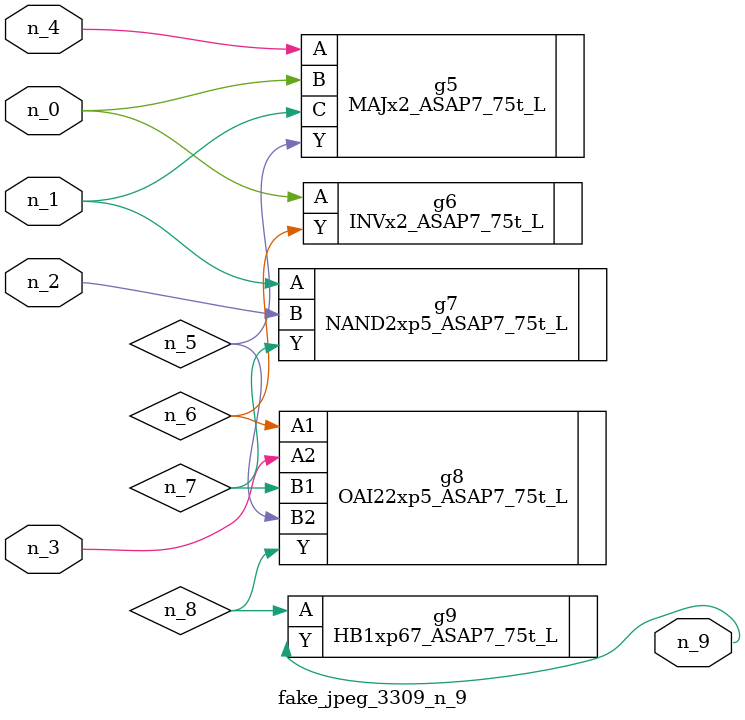
<source format=v>
module fake_jpeg_3309_n_9 (n_3, n_2, n_1, n_0, n_4, n_9);

input n_3;
input n_2;
input n_1;
input n_0;
input n_4;

output n_9;

wire n_8;
wire n_6;
wire n_5;
wire n_7;

MAJx2_ASAP7_75t_L g5 ( 
.A(n_4),
.B(n_0),
.C(n_1),
.Y(n_5)
);

INVx2_ASAP7_75t_L g6 ( 
.A(n_0),
.Y(n_6)
);

NAND2xp5_ASAP7_75t_L g7 ( 
.A(n_1),
.B(n_2),
.Y(n_7)
);

OAI22xp5_ASAP7_75t_L g8 ( 
.A1(n_6),
.A2(n_3),
.B1(n_7),
.B2(n_5),
.Y(n_8)
);

HB1xp67_ASAP7_75t_L g9 ( 
.A(n_8),
.Y(n_9)
);


endmodule
</source>
